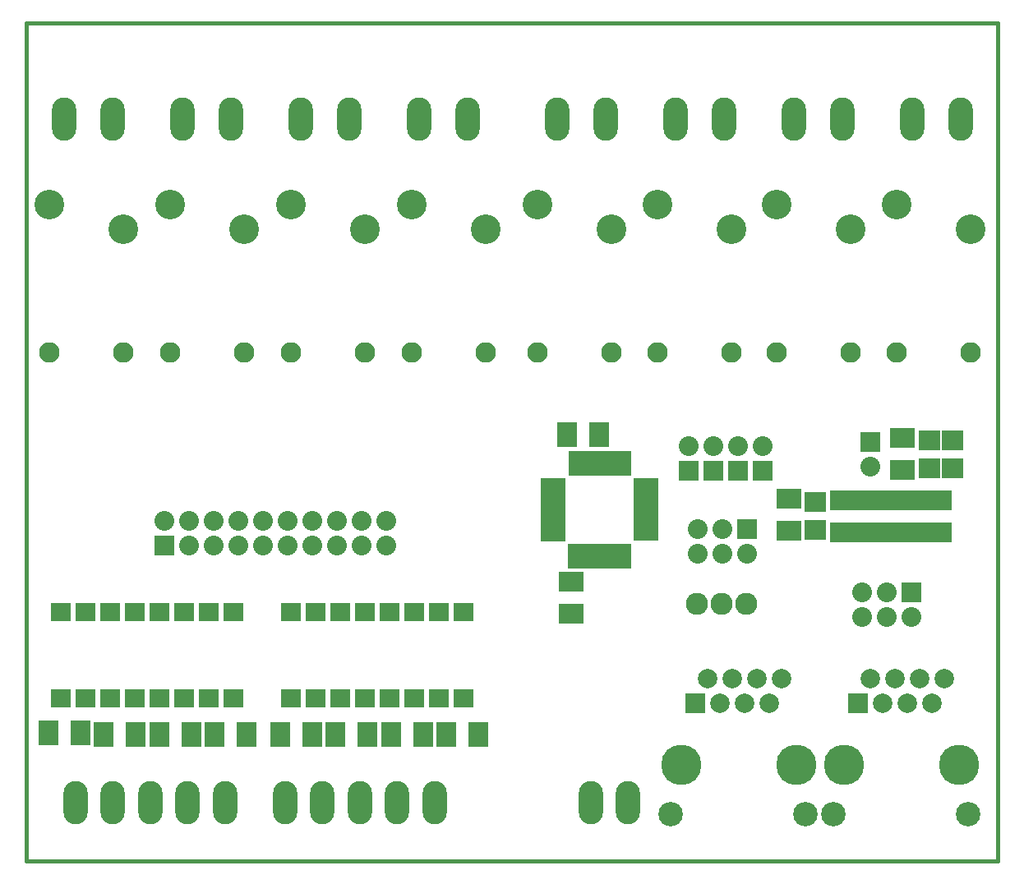
<source format=gts>
G04 (created by PCBNEW (2013-jul-07)-stable) date ven. 28 nov. 2014 16:46:14 CET*
%MOIN*%
G04 Gerber Fmt 3.4, Leading zero omitted, Abs format*
%FSLAX34Y34*%
G01*
G70*
G90*
G04 APERTURE LIST*
%ADD10C,0.00590551*%
%ADD11C,0.015*%
%ADD12R,0.08X0.08*%
%ADD13C,0.08*%
%ADD14R,0.0377X0.0987*%
%ADD15R,0.0987X0.0377*%
%ADD16O,0.098X0.176*%
%ADD17R,0.0909X0.0829*%
%ADD18R,0.08X0.1*%
%ADD19R,0.1X0.08*%
%ADD20C,0.083*%
%ADD21C,0.12*%
%ADD22C,0.1637*%
%ADD23R,0.0791X0.0791*%
%ADD24C,0.0791*%
%ADD25C,0.0987402*%
%ADD26C,0.09*%
%ADD27R,0.0790551X0.0751181*%
G04 APERTURE END LIST*
G54D10*
G54D11*
X71500Y-62000D02*
X110900Y-62000D01*
X71500Y-28000D02*
X110900Y-28000D01*
X110900Y-28000D02*
X110800Y-28000D01*
X110900Y-62000D02*
X110900Y-28000D01*
X71500Y-62000D02*
X71500Y-28000D01*
G54D12*
X77100Y-49200D03*
G54D13*
X77100Y-48200D03*
X78100Y-49200D03*
X78100Y-48200D03*
X79100Y-49200D03*
X79100Y-48200D03*
X80100Y-49200D03*
X80100Y-48200D03*
X81100Y-49200D03*
X81100Y-48200D03*
X82100Y-49200D03*
X82100Y-48200D03*
X83100Y-49200D03*
X83100Y-48200D03*
X84100Y-49200D03*
X84100Y-48200D03*
X85100Y-49200D03*
X85100Y-48200D03*
X86100Y-49200D03*
X86100Y-48200D03*
G54D14*
X93657Y-45854D03*
X93972Y-45854D03*
X94287Y-45854D03*
X94602Y-45854D03*
X94917Y-45854D03*
X95232Y-45854D03*
X95547Y-45854D03*
X95862Y-45854D03*
X95860Y-49620D03*
X93650Y-49620D03*
X93970Y-49620D03*
X94290Y-49620D03*
X94600Y-49620D03*
X94920Y-49620D03*
X95230Y-49620D03*
X95550Y-49620D03*
G54D15*
X96650Y-46638D03*
X96650Y-46952D03*
X96650Y-47268D03*
X96650Y-47582D03*
X96650Y-47898D03*
X96650Y-48212D03*
X96650Y-48528D03*
X96650Y-48842D03*
X92870Y-46640D03*
X92870Y-46950D03*
X92870Y-47270D03*
X92870Y-47580D03*
X92870Y-47890D03*
X92870Y-48210D03*
X92870Y-48530D03*
X92870Y-48850D03*
G54D16*
X82000Y-59645D03*
X83515Y-59645D03*
X85031Y-59645D03*
X86547Y-59645D03*
X88062Y-59645D03*
X73500Y-59645D03*
X75015Y-59645D03*
X76531Y-59645D03*
X78047Y-59645D03*
X79562Y-59645D03*
G54D12*
X107400Y-51112D03*
G54D13*
X107400Y-52112D03*
X106400Y-51112D03*
X106400Y-52112D03*
X105400Y-51112D03*
X105400Y-52112D03*
G54D17*
X109060Y-46059D03*
X109060Y-44941D03*
X108150Y-46059D03*
X108150Y-44941D03*
X103500Y-47441D03*
X103500Y-48559D03*
G54D12*
X101375Y-46175D03*
G54D13*
X101375Y-45175D03*
G54D12*
X100375Y-46175D03*
G54D13*
X100375Y-45175D03*
G54D12*
X98375Y-46175D03*
G54D13*
X98375Y-45175D03*
G54D12*
X105725Y-45000D03*
G54D13*
X105725Y-46000D03*
G54D12*
X99375Y-46175D03*
G54D13*
X99375Y-45175D03*
G54D18*
X83100Y-56850D03*
X81800Y-56850D03*
G54D19*
X105600Y-48650D03*
X105600Y-47350D03*
X104600Y-48650D03*
X104600Y-47350D03*
X102450Y-48600D03*
X102450Y-47300D03*
G54D18*
X94750Y-44700D03*
X93450Y-44700D03*
G54D19*
X107050Y-44825D03*
X107050Y-46125D03*
G54D18*
X78200Y-56850D03*
X76900Y-56850D03*
G54D19*
X108550Y-48650D03*
X108550Y-47350D03*
G54D18*
X75950Y-56850D03*
X74650Y-56850D03*
X80450Y-56850D03*
X79150Y-56850D03*
X89850Y-56850D03*
X88550Y-56850D03*
X85350Y-56850D03*
X84050Y-56850D03*
X87600Y-56850D03*
X86300Y-56850D03*
G54D12*
X100725Y-48525D03*
G54D13*
X100725Y-49525D03*
X99725Y-48525D03*
X99725Y-49525D03*
X98725Y-48525D03*
X98725Y-49525D03*
G54D18*
X73700Y-56800D03*
X72400Y-56800D03*
G54D19*
X107600Y-47350D03*
X107600Y-48650D03*
X106600Y-47350D03*
X106600Y-48650D03*
G54D16*
X94400Y-59645D03*
X95915Y-59645D03*
G54D19*
X93600Y-50650D03*
X93600Y-51950D03*
G54D20*
X72450Y-41350D03*
X75442Y-41350D03*
G54D21*
X75442Y-36350D03*
X72450Y-35350D03*
G54D20*
X77350Y-41350D03*
X80342Y-41350D03*
G54D21*
X80342Y-36350D03*
X77350Y-35350D03*
G54D20*
X82250Y-41350D03*
X85242Y-41350D03*
G54D21*
X85242Y-36350D03*
X82250Y-35350D03*
G54D20*
X87150Y-41350D03*
X90142Y-41350D03*
G54D21*
X90142Y-36350D03*
X87150Y-35350D03*
G54D16*
X74990Y-31889D03*
X73020Y-31889D03*
X79790Y-31889D03*
X77820Y-31889D03*
X84590Y-31889D03*
X82620Y-31889D03*
X89390Y-31889D03*
X87420Y-31889D03*
X94990Y-31889D03*
X93020Y-31889D03*
X99790Y-31889D03*
X97820Y-31889D03*
X104590Y-31889D03*
X102620Y-31889D03*
X109390Y-31889D03*
X107420Y-31889D03*
G54D20*
X106800Y-41350D03*
X109792Y-41350D03*
G54D21*
X109792Y-36350D03*
X106800Y-35350D03*
G54D20*
X101950Y-41350D03*
X104942Y-41350D03*
G54D21*
X104942Y-36350D03*
X101950Y-35350D03*
G54D20*
X97100Y-41350D03*
X100092Y-41350D03*
G54D21*
X100092Y-36350D03*
X97100Y-35350D03*
G54D20*
X92250Y-41350D03*
X95242Y-41350D03*
G54D21*
X95242Y-36350D03*
X92250Y-35350D03*
G54D22*
X102738Y-58112D03*
X98065Y-58112D03*
G54D23*
X98650Y-55612D03*
G54D24*
X99150Y-54612D03*
X99650Y-55612D03*
X100150Y-54612D03*
X100650Y-55612D03*
X101150Y-54612D03*
X101650Y-55612D03*
X102150Y-54612D03*
G54D25*
X97650Y-60112D03*
X103100Y-60112D03*
G54D22*
X109338Y-58112D03*
X104665Y-58112D03*
G54D23*
X105250Y-55612D03*
G54D24*
X105750Y-54612D03*
X106250Y-55612D03*
X106750Y-54612D03*
X107250Y-55612D03*
X107750Y-54612D03*
X108250Y-55612D03*
X108750Y-54612D03*
G54D25*
X104250Y-60112D03*
X109700Y-60112D03*
G54D26*
X98700Y-51575D03*
X99700Y-51575D03*
X100700Y-51575D03*
G54D27*
X72900Y-55400D03*
X73900Y-55400D03*
X74900Y-55400D03*
X75900Y-55400D03*
X76900Y-55400D03*
X77900Y-55400D03*
X78900Y-55400D03*
X79900Y-55400D03*
X79900Y-51900D03*
X78900Y-51900D03*
X77900Y-51900D03*
X76900Y-51900D03*
X75900Y-51900D03*
X74900Y-51900D03*
X73900Y-51900D03*
X72900Y-51900D03*
X82250Y-55400D03*
X83250Y-55400D03*
X84250Y-55400D03*
X85250Y-55400D03*
X86250Y-55400D03*
X87250Y-55400D03*
X88250Y-55400D03*
X89250Y-55400D03*
X89250Y-51900D03*
X88250Y-51900D03*
X87250Y-51900D03*
X86250Y-51900D03*
X85250Y-51900D03*
X84250Y-51900D03*
X83250Y-51900D03*
X82250Y-51900D03*
M02*

</source>
